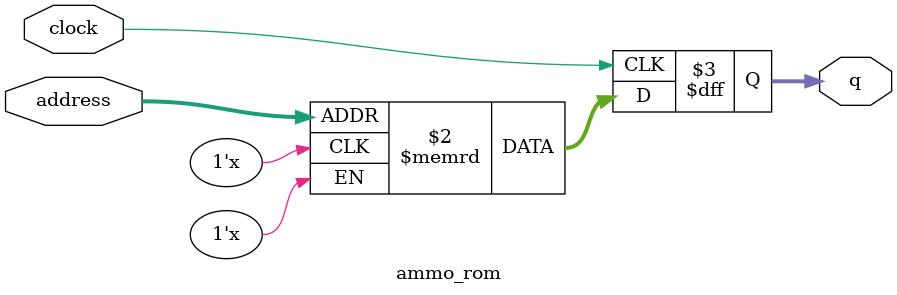
<source format=sv>
module ammo_rom (
	input logic clock,
	input logic [7:0] address,
	output logic [3:0] q
);

logic [3:0] memory [0:199] /* synthesis ram_init_file = "./ammo/ammo.mif" */;

always_ff @ (posedge clock) begin
	q <= memory[address];
end

endmodule

</source>
